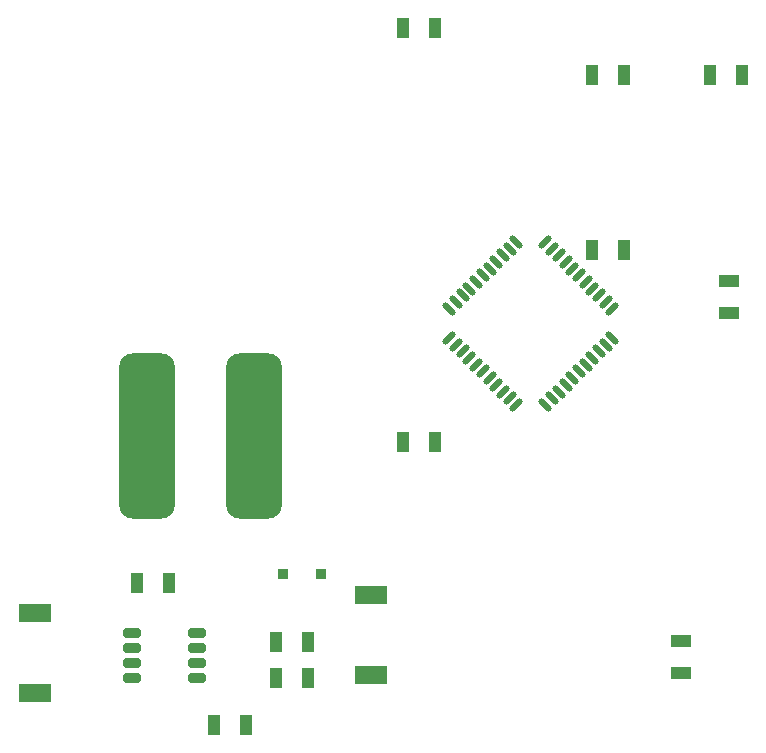
<source format=gbp>
G04 Layer_Color=128*
%FSLAX44Y44*%
%MOMM*%
G71*
G01*
G75*
%ADD17R,1.1000X1.7000*%
%ADD18R,1.7000X1.1000*%
G04:AMPARAMS|DCode=19|XSize=0.5mm|YSize=1.4mm|CornerRadius=0mm|HoleSize=0mm|Usage=FLASHONLY|Rotation=45.000|XOffset=0mm|YOffset=0mm|HoleType=Round|Shape=Round|*
%AMOVALD19*
21,1,0.9000,0.5000,0.0000,0.0000,135.0*
1,1,0.5000,0.3182,-0.3182*
1,1,0.5000,-0.3182,0.3182*
%
%ADD19OVALD19*%

G04:AMPARAMS|DCode=20|XSize=0.5mm|YSize=1.4mm|CornerRadius=0mm|HoleSize=0mm|Usage=FLASHONLY|Rotation=315.000|XOffset=0mm|YOffset=0mm|HoleType=Round|Shape=Round|*
%AMOVALD20*
21,1,0.9000,0.5000,0.0000,0.0000,45.0*
1,1,0.5000,-0.3182,-0.3182*
1,1,0.5000,0.3182,0.3182*
%
%ADD20OVALD20*%

%ADD21R,2.8000X1.6000*%
%ADD22R,0.9500X0.9500*%
G04:AMPARAMS|DCode=23|XSize=14mm|YSize=4.75mm|CornerRadius=1.1875mm|HoleSize=0mm|Usage=FLASHONLY|Rotation=90.000|XOffset=0mm|YOffset=0mm|HoleType=Round|Shape=RoundedRectangle|*
%AMROUNDEDRECTD23*
21,1,14.0000,2.3750,0,0,90.0*
21,1,11.6250,4.7500,0,0,90.0*
1,1,2.3750,1.1875,5.8125*
1,1,2.3750,1.1875,-5.8125*
1,1,2.3750,-1.1875,-5.8125*
1,1,2.3750,-1.1875,5.8125*
%
%ADD23ROUNDEDRECTD23*%
G04:AMPARAMS|DCode=24|XSize=0.802mm|YSize=1.505mm|CornerRadius=0.2005mm|HoleSize=0mm|Usage=FLASHONLY|Rotation=90.000|XOffset=0mm|YOffset=0mm|HoleType=Round|Shape=RoundedRectangle|*
%AMROUNDEDRECTD24*
21,1,0.8020,1.1040,0,0,90.0*
21,1,0.4010,1.5050,0,0,90.0*
1,1,0.4010,0.5520,0.2005*
1,1,0.4010,0.5520,-0.2005*
1,1,0.4010,-0.5520,-0.2005*
1,1,0.4010,-0.5520,0.2005*
%
%ADD24ROUNDEDRECTD24*%
D17*
X803500Y532500D02*
D03*
X776500D02*
D03*
X643500Y720000D02*
D03*
X616500D02*
D03*
X876500Y680000D02*
D03*
X903500D02*
D03*
X803500D02*
D03*
X776500D02*
D03*
X643500Y370000D02*
D03*
X616500D02*
D03*
X536000Y170000D02*
D03*
X509000D02*
D03*
X536000Y200000D02*
D03*
X509000D02*
D03*
X391500Y250000D02*
D03*
X418500D02*
D03*
X483500Y130000D02*
D03*
X456500D02*
D03*
D18*
X852500Y174000D02*
D03*
Y201000D02*
D03*
X892500Y479000D02*
D03*
Y506000D02*
D03*
D19*
X737374Y401057D02*
D03*
X743031Y406714D02*
D03*
X748688Y412371D02*
D03*
X754345Y418028D02*
D03*
X760002Y423685D02*
D03*
X765659Y429341D02*
D03*
X771316Y434998D02*
D03*
X776972Y440655D02*
D03*
X782629Y446312D02*
D03*
X788286Y451969D02*
D03*
X793943Y457626D02*
D03*
X712626Y538943D02*
D03*
X706969Y533286D02*
D03*
X701312Y527629D02*
D03*
X695655Y521972D02*
D03*
X689998Y516315D02*
D03*
X684341Y510659D02*
D03*
X678684Y505002D02*
D03*
X673028Y499345D02*
D03*
X667371Y493688D02*
D03*
X661714Y488031D02*
D03*
X656057Y482374D02*
D03*
D20*
X793943D02*
D03*
X788286Y488031D02*
D03*
X782629Y493688D02*
D03*
X776972Y499345D02*
D03*
X771316Y505002D02*
D03*
X765659Y510659D02*
D03*
X760002Y516315D02*
D03*
X754345Y521972D02*
D03*
X748688Y527629D02*
D03*
X743031Y533286D02*
D03*
X737374Y538943D02*
D03*
X656057Y457626D02*
D03*
X661714Y451969D02*
D03*
X667371Y446312D02*
D03*
X673028Y440655D02*
D03*
X678684Y434998D02*
D03*
X684341Y429341D02*
D03*
X689998Y423685D02*
D03*
X695655Y418028D02*
D03*
X701312Y412371D02*
D03*
X706969Y406714D02*
D03*
X712626Y401057D02*
D03*
D21*
X590000Y172690D02*
D03*
Y240000D02*
D03*
X305000Y224810D02*
D03*
Y157500D02*
D03*
D22*
X547500Y257500D02*
D03*
X514840D02*
D03*
D23*
X490360Y375000D02*
D03*
X399640D02*
D03*
D24*
X387000Y207500D02*
D03*
Y194800D02*
D03*
X387000Y169400D02*
D03*
X387000Y182100D02*
D03*
X442620D02*
D03*
X442620Y169400D02*
D03*
X442620Y194800D02*
D03*
Y207500D02*
D03*
M02*

</source>
